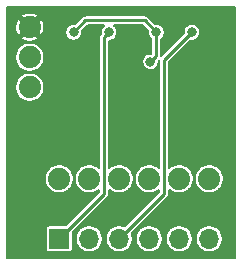
<source format=gbr>
%TF.GenerationSoftware,KiCad,Pcbnew,5.1.6+dfsg1-1*%
%TF.CreationDate,2020-09-13T10:33:18+10:00*%
%TF.ProjectId,thermistor-to-digispark,74686572-6d69-4737-946f-722d61646170,rev?*%
%TF.SameCoordinates,Original*%
%TF.FileFunction,Copper,L2,Bot*%
%TF.FilePolarity,Positive*%
%FSLAX46Y46*%
G04 Gerber Fmt 4.6, Leading zero omitted, Abs format (unit mm)*
G04 Created by KiCad (PCBNEW 5.1.6+dfsg1-1) date 2020-09-13 10:33:18*
%MOMM*%
%LPD*%
G01*
G04 APERTURE LIST*
%TA.AperFunction,ComponentPad*%
%ADD10O,1.700000X1.700000*%
%TD*%
%TA.AperFunction,ComponentPad*%
%ADD11R,1.700000X1.700000*%
%TD*%
%TA.AperFunction,ComponentPad*%
%ADD12C,1.879600*%
%TD*%
%TA.AperFunction,ViaPad*%
%ADD13C,0.800000*%
%TD*%
%TA.AperFunction,Conductor*%
%ADD14C,0.250000*%
%TD*%
%TA.AperFunction,Conductor*%
%ADD15C,0.200000*%
%TD*%
G04 APERTURE END LIST*
D10*
%TO.P,J1,6*%
%TO.N,GND*%
X140970000Y-110490000D03*
%TO.P,J1,5*%
%TO.N,Net-(J1-Pad5)*%
X138430000Y-110490000D03*
%TO.P,J1,4*%
%TO.N,GND*%
X135890000Y-110490000D03*
%TO.P,J1,3*%
%TO.N,Net-(J1-Pad3)*%
X133350000Y-110490000D03*
%TO.P,J1,2*%
%TO.N,GND*%
X130810000Y-110490000D03*
D11*
%TO.P,J1,1*%
%TO.N,Net-(J1-Pad1)*%
X128270000Y-110490000D03*
%TD*%
D12*
%TO.P,U2,9*%
%TO.N,+5V*%
X125770000Y-92580000D03*
%TO.P,U2,8*%
%TO.N,GND*%
X125770000Y-95120000D03*
%TO.P,U2,7*%
%TO.N,Net-(U2-Pad7)*%
X125770000Y-97660000D03*
%TO.P,U2,6*%
%TO.N,Net-(U2-Pad6)*%
X140970000Y-105410000D03*
%TO.P,U2,5*%
%TO.N,Net-(U2-Pad5)*%
X138430000Y-105410000D03*
%TO.P,U2,4*%
%TO.N,Net-(U2-Pad4)*%
X135890000Y-105410000D03*
%TO.P,U2,3*%
%TO.N,Net-(R2-Pad2)*%
X133350000Y-105410000D03*
%TO.P,U2,2*%
%TO.N,Net-(U2-Pad2)*%
X130810000Y-105410000D03*
%TO.P,U2,1*%
%TO.N,Net-(R1-Pad2)*%
X128270000Y-105410000D03*
%TD*%
D13*
%TO.N,+5V*%
X128000000Y-99000000D03*
%TO.N,Net-(J1-Pad3)*%
X139500000Y-93000000D03*
%TO.N,Net-(J1-Pad1)*%
X132500000Y-93000000D03*
%TO.N,Net-(R3-Pad1)*%
X129500000Y-93000000D03*
X136500000Y-93000000D03*
X136000000Y-95500000D03*
%TD*%
D14*
%TO.N,Net-(J1-Pad3)*%
X137154801Y-106685199D02*
X133350000Y-110490000D01*
X137154801Y-95345199D02*
X137154801Y-106685199D01*
X139500000Y-93000000D02*
X137154801Y-95345199D01*
%TO.N,Net-(J1-Pad1)*%
X132074801Y-106685199D02*
X128270000Y-110490000D01*
X132074801Y-93425199D02*
X132074801Y-106685199D01*
X132500000Y-93000000D02*
X132074801Y-93425199D01*
%TO.N,Net-(R3-Pad1)*%
X129500000Y-93000000D02*
X130500000Y-92000000D01*
X135500000Y-92000000D02*
X136500000Y-93000000D01*
X130500000Y-92000000D02*
X135500000Y-92000000D01*
X136500000Y-95000000D02*
X136500000Y-93000000D01*
X136000000Y-95500000D02*
X136500000Y-95000000D01*
%TD*%
D15*
%TO.N,+5V*%
G36*
X143150001Y-112150000D02*
G01*
X123850000Y-112150000D01*
X123850000Y-109640000D01*
X127118549Y-109640000D01*
X127118549Y-111340000D01*
X127124341Y-111398810D01*
X127141496Y-111455360D01*
X127169353Y-111507477D01*
X127206842Y-111553158D01*
X127252523Y-111590647D01*
X127304640Y-111618504D01*
X127361190Y-111635659D01*
X127420000Y-111641451D01*
X129120000Y-111641451D01*
X129178810Y-111635659D01*
X129235360Y-111618504D01*
X129287477Y-111590647D01*
X129333158Y-111553158D01*
X129370647Y-111507477D01*
X129398504Y-111455360D01*
X129415659Y-111398810D01*
X129421451Y-111340000D01*
X129421451Y-110376735D01*
X129660000Y-110376735D01*
X129660000Y-110603265D01*
X129704194Y-110825443D01*
X129790884Y-111034729D01*
X129916737Y-111223082D01*
X130076918Y-111383263D01*
X130265271Y-111509116D01*
X130474557Y-111595806D01*
X130696735Y-111640000D01*
X130923265Y-111640000D01*
X131145443Y-111595806D01*
X131354729Y-111509116D01*
X131543082Y-111383263D01*
X131703263Y-111223082D01*
X131829116Y-111034729D01*
X131915806Y-110825443D01*
X131960000Y-110603265D01*
X131960000Y-110376735D01*
X131915806Y-110154557D01*
X131829116Y-109945271D01*
X131703263Y-109756918D01*
X131543082Y-109596737D01*
X131354729Y-109470884D01*
X131145443Y-109384194D01*
X130923265Y-109340000D01*
X130696735Y-109340000D01*
X130474557Y-109384194D01*
X130265271Y-109470884D01*
X130076918Y-109596737D01*
X129916737Y-109756918D01*
X129790884Y-109945271D01*
X129704194Y-110154557D01*
X129660000Y-110376735D01*
X129421451Y-110376735D01*
X129421451Y-109939589D01*
X132360563Y-107000478D01*
X132376775Y-106987173D01*
X132429885Y-106922459D01*
X132469349Y-106848626D01*
X132493651Y-106768513D01*
X132499801Y-106706073D01*
X132499801Y-106706067D01*
X132501856Y-106685200D01*
X132499801Y-106664333D01*
X132499801Y-106313144D01*
X132559673Y-106373016D01*
X132762734Y-106508697D01*
X132988364Y-106602155D01*
X133227890Y-106649800D01*
X133472110Y-106649800D01*
X133711636Y-106602155D01*
X133937266Y-106508697D01*
X134140327Y-106373016D01*
X134313016Y-106200327D01*
X134448697Y-105997266D01*
X134542155Y-105771636D01*
X134589800Y-105532110D01*
X134589800Y-105287890D01*
X134542155Y-105048364D01*
X134448697Y-104822734D01*
X134313016Y-104619673D01*
X134140327Y-104446984D01*
X133937266Y-104311303D01*
X133711636Y-104217845D01*
X133472110Y-104170200D01*
X133227890Y-104170200D01*
X132988364Y-104217845D01*
X132762734Y-104311303D01*
X132559673Y-104446984D01*
X132499801Y-104506856D01*
X132499801Y-93700000D01*
X132568944Y-93700000D01*
X132704182Y-93673099D01*
X132831574Y-93620332D01*
X132946224Y-93543726D01*
X133043726Y-93446224D01*
X133120332Y-93331574D01*
X133173099Y-93204182D01*
X133200000Y-93068944D01*
X133200000Y-92931056D01*
X133173099Y-92795818D01*
X133120332Y-92668426D01*
X133043726Y-92553776D01*
X132946224Y-92456274D01*
X132899419Y-92425000D01*
X135323960Y-92425000D01*
X135804980Y-92906020D01*
X135800000Y-92931056D01*
X135800000Y-93068944D01*
X135826901Y-93204182D01*
X135879668Y-93331574D01*
X135956274Y-93446224D01*
X136053776Y-93543726D01*
X136075001Y-93557908D01*
X136075000Y-94801205D01*
X136068944Y-94800000D01*
X135931056Y-94800000D01*
X135795818Y-94826901D01*
X135668426Y-94879668D01*
X135553776Y-94956274D01*
X135456274Y-95053776D01*
X135379668Y-95168426D01*
X135326901Y-95295818D01*
X135300000Y-95431056D01*
X135300000Y-95568944D01*
X135326901Y-95704182D01*
X135379668Y-95831574D01*
X135456274Y-95946224D01*
X135553776Y-96043726D01*
X135668426Y-96120332D01*
X135795818Y-96173099D01*
X135931056Y-96200000D01*
X136068944Y-96200000D01*
X136204182Y-96173099D01*
X136331574Y-96120332D01*
X136446224Y-96043726D01*
X136543726Y-95946224D01*
X136620332Y-95831574D01*
X136673099Y-95704182D01*
X136700000Y-95568944D01*
X136700000Y-95431056D01*
X136695020Y-95406021D01*
X136729801Y-95371240D01*
X136729802Y-104496459D01*
X136680327Y-104446984D01*
X136477266Y-104311303D01*
X136251636Y-104217845D01*
X136012110Y-104170200D01*
X135767890Y-104170200D01*
X135528364Y-104217845D01*
X135302734Y-104311303D01*
X135099673Y-104446984D01*
X134926984Y-104619673D01*
X134791303Y-104822734D01*
X134697845Y-105048364D01*
X134650200Y-105287890D01*
X134650200Y-105532110D01*
X134697845Y-105771636D01*
X134791303Y-105997266D01*
X134926984Y-106200327D01*
X135099673Y-106373016D01*
X135302734Y-106508697D01*
X135528364Y-106602155D01*
X135767890Y-106649800D01*
X136012110Y-106649800D01*
X136251636Y-106602155D01*
X136477266Y-106508697D01*
X136680327Y-106373016D01*
X136729802Y-106323541D01*
X136729802Y-106509157D01*
X133805172Y-109433788D01*
X133685443Y-109384194D01*
X133463265Y-109340000D01*
X133236735Y-109340000D01*
X133014557Y-109384194D01*
X132805271Y-109470884D01*
X132616918Y-109596737D01*
X132456737Y-109756918D01*
X132330884Y-109945271D01*
X132244194Y-110154557D01*
X132200000Y-110376735D01*
X132200000Y-110603265D01*
X132244194Y-110825443D01*
X132330884Y-111034729D01*
X132456737Y-111223082D01*
X132616918Y-111383263D01*
X132805271Y-111509116D01*
X133014557Y-111595806D01*
X133236735Y-111640000D01*
X133463265Y-111640000D01*
X133685443Y-111595806D01*
X133894729Y-111509116D01*
X134083082Y-111383263D01*
X134243263Y-111223082D01*
X134369116Y-111034729D01*
X134455806Y-110825443D01*
X134500000Y-110603265D01*
X134500000Y-110376735D01*
X134740000Y-110376735D01*
X134740000Y-110603265D01*
X134784194Y-110825443D01*
X134870884Y-111034729D01*
X134996737Y-111223082D01*
X135156918Y-111383263D01*
X135345271Y-111509116D01*
X135554557Y-111595806D01*
X135776735Y-111640000D01*
X136003265Y-111640000D01*
X136225443Y-111595806D01*
X136434729Y-111509116D01*
X136623082Y-111383263D01*
X136783263Y-111223082D01*
X136909116Y-111034729D01*
X136995806Y-110825443D01*
X137040000Y-110603265D01*
X137040000Y-110376735D01*
X137280000Y-110376735D01*
X137280000Y-110603265D01*
X137324194Y-110825443D01*
X137410884Y-111034729D01*
X137536737Y-111223082D01*
X137696918Y-111383263D01*
X137885271Y-111509116D01*
X138094557Y-111595806D01*
X138316735Y-111640000D01*
X138543265Y-111640000D01*
X138765443Y-111595806D01*
X138974729Y-111509116D01*
X139163082Y-111383263D01*
X139323263Y-111223082D01*
X139449116Y-111034729D01*
X139535806Y-110825443D01*
X139580000Y-110603265D01*
X139580000Y-110376735D01*
X139820000Y-110376735D01*
X139820000Y-110603265D01*
X139864194Y-110825443D01*
X139950884Y-111034729D01*
X140076737Y-111223082D01*
X140236918Y-111383263D01*
X140425271Y-111509116D01*
X140634557Y-111595806D01*
X140856735Y-111640000D01*
X141083265Y-111640000D01*
X141305443Y-111595806D01*
X141514729Y-111509116D01*
X141703082Y-111383263D01*
X141863263Y-111223082D01*
X141989116Y-111034729D01*
X142075806Y-110825443D01*
X142120000Y-110603265D01*
X142120000Y-110376735D01*
X142075806Y-110154557D01*
X141989116Y-109945271D01*
X141863263Y-109756918D01*
X141703082Y-109596737D01*
X141514729Y-109470884D01*
X141305443Y-109384194D01*
X141083265Y-109340000D01*
X140856735Y-109340000D01*
X140634557Y-109384194D01*
X140425271Y-109470884D01*
X140236918Y-109596737D01*
X140076737Y-109756918D01*
X139950884Y-109945271D01*
X139864194Y-110154557D01*
X139820000Y-110376735D01*
X139580000Y-110376735D01*
X139535806Y-110154557D01*
X139449116Y-109945271D01*
X139323263Y-109756918D01*
X139163082Y-109596737D01*
X138974729Y-109470884D01*
X138765443Y-109384194D01*
X138543265Y-109340000D01*
X138316735Y-109340000D01*
X138094557Y-109384194D01*
X137885271Y-109470884D01*
X137696918Y-109596737D01*
X137536737Y-109756918D01*
X137410884Y-109945271D01*
X137324194Y-110154557D01*
X137280000Y-110376735D01*
X137040000Y-110376735D01*
X136995806Y-110154557D01*
X136909116Y-109945271D01*
X136783263Y-109756918D01*
X136623082Y-109596737D01*
X136434729Y-109470884D01*
X136225443Y-109384194D01*
X136003265Y-109340000D01*
X135776735Y-109340000D01*
X135554557Y-109384194D01*
X135345271Y-109470884D01*
X135156918Y-109596737D01*
X134996737Y-109756918D01*
X134870884Y-109945271D01*
X134784194Y-110154557D01*
X134740000Y-110376735D01*
X134500000Y-110376735D01*
X134455806Y-110154557D01*
X134406212Y-110034828D01*
X137440563Y-107000478D01*
X137456775Y-106987173D01*
X137509885Y-106922459D01*
X137549349Y-106848626D01*
X137573651Y-106768513D01*
X137579801Y-106706073D01*
X137579801Y-106706067D01*
X137581856Y-106685200D01*
X137579801Y-106664333D01*
X137579801Y-106313144D01*
X137639673Y-106373016D01*
X137842734Y-106508697D01*
X138068364Y-106602155D01*
X138307890Y-106649800D01*
X138552110Y-106649800D01*
X138791636Y-106602155D01*
X139017266Y-106508697D01*
X139220327Y-106373016D01*
X139393016Y-106200327D01*
X139528697Y-105997266D01*
X139622155Y-105771636D01*
X139669800Y-105532110D01*
X139669800Y-105287890D01*
X139730200Y-105287890D01*
X139730200Y-105532110D01*
X139777845Y-105771636D01*
X139871303Y-105997266D01*
X140006984Y-106200327D01*
X140179673Y-106373016D01*
X140382734Y-106508697D01*
X140608364Y-106602155D01*
X140847890Y-106649800D01*
X141092110Y-106649800D01*
X141331636Y-106602155D01*
X141557266Y-106508697D01*
X141760327Y-106373016D01*
X141933016Y-106200327D01*
X142068697Y-105997266D01*
X142162155Y-105771636D01*
X142209800Y-105532110D01*
X142209800Y-105287890D01*
X142162155Y-105048364D01*
X142068697Y-104822734D01*
X141933016Y-104619673D01*
X141760327Y-104446984D01*
X141557266Y-104311303D01*
X141331636Y-104217845D01*
X141092110Y-104170200D01*
X140847890Y-104170200D01*
X140608364Y-104217845D01*
X140382734Y-104311303D01*
X140179673Y-104446984D01*
X140006984Y-104619673D01*
X139871303Y-104822734D01*
X139777845Y-105048364D01*
X139730200Y-105287890D01*
X139669800Y-105287890D01*
X139622155Y-105048364D01*
X139528697Y-104822734D01*
X139393016Y-104619673D01*
X139220327Y-104446984D01*
X139017266Y-104311303D01*
X138791636Y-104217845D01*
X138552110Y-104170200D01*
X138307890Y-104170200D01*
X138068364Y-104217845D01*
X137842734Y-104311303D01*
X137639673Y-104446984D01*
X137579801Y-104506856D01*
X137579801Y-95521239D01*
X139406021Y-93695020D01*
X139431056Y-93700000D01*
X139568944Y-93700000D01*
X139704182Y-93673099D01*
X139831574Y-93620332D01*
X139946224Y-93543726D01*
X140043726Y-93446224D01*
X140120332Y-93331574D01*
X140173099Y-93204182D01*
X140200000Y-93068944D01*
X140200000Y-92931056D01*
X140173099Y-92795818D01*
X140120332Y-92668426D01*
X140043726Y-92553776D01*
X139946224Y-92456274D01*
X139831574Y-92379668D01*
X139704182Y-92326901D01*
X139568944Y-92300000D01*
X139431056Y-92300000D01*
X139295818Y-92326901D01*
X139168426Y-92379668D01*
X139053776Y-92456274D01*
X138956274Y-92553776D01*
X138879668Y-92668426D01*
X138826901Y-92795818D01*
X138800000Y-92931056D01*
X138800000Y-93068944D01*
X138804980Y-93093979D01*
X136925000Y-94973960D01*
X136925000Y-93557907D01*
X136946224Y-93543726D01*
X137043726Y-93446224D01*
X137120332Y-93331574D01*
X137173099Y-93204182D01*
X137200000Y-93068944D01*
X137200000Y-92931056D01*
X137173099Y-92795818D01*
X137120332Y-92668426D01*
X137043726Y-92553776D01*
X136946224Y-92456274D01*
X136831574Y-92379668D01*
X136704182Y-92326901D01*
X136568944Y-92300000D01*
X136431056Y-92300000D01*
X136406020Y-92304980D01*
X135815284Y-91714244D01*
X135801974Y-91698026D01*
X135737260Y-91644916D01*
X135663427Y-91605452D01*
X135583314Y-91581150D01*
X135520874Y-91575000D01*
X135520867Y-91575000D01*
X135500000Y-91572945D01*
X135479133Y-91575000D01*
X130520874Y-91575000D01*
X130500000Y-91572944D01*
X130479126Y-91575000D01*
X130416686Y-91581150D01*
X130336573Y-91605452D01*
X130262740Y-91644916D01*
X130198026Y-91698026D01*
X130184716Y-91714244D01*
X129593980Y-92304980D01*
X129568944Y-92300000D01*
X129431056Y-92300000D01*
X129295818Y-92326901D01*
X129168426Y-92379668D01*
X129053776Y-92456274D01*
X128956274Y-92553776D01*
X128879668Y-92668426D01*
X128826901Y-92795818D01*
X128800000Y-92931056D01*
X128800000Y-93068944D01*
X128826901Y-93204182D01*
X128879668Y-93331574D01*
X128956274Y-93446224D01*
X129053776Y-93543726D01*
X129168426Y-93620332D01*
X129295818Y-93673099D01*
X129431056Y-93700000D01*
X129568944Y-93700000D01*
X129704182Y-93673099D01*
X129831574Y-93620332D01*
X129946224Y-93543726D01*
X130043726Y-93446224D01*
X130120332Y-93331574D01*
X130173099Y-93204182D01*
X130200000Y-93068944D01*
X130200000Y-92931056D01*
X130195020Y-92906020D01*
X130676040Y-92425000D01*
X132100581Y-92425000D01*
X132053776Y-92456274D01*
X131956274Y-92553776D01*
X131879668Y-92668426D01*
X131826901Y-92795818D01*
X131800000Y-92931056D01*
X131800000Y-93068944D01*
X131804980Y-93093980D01*
X131789044Y-93109916D01*
X131772827Y-93123225D01*
X131719717Y-93187940D01*
X131680253Y-93261773D01*
X131655951Y-93341886D01*
X131649801Y-93404326D01*
X131649801Y-93404332D01*
X131647746Y-93425199D01*
X131649801Y-93446066D01*
X131649802Y-104496459D01*
X131600327Y-104446984D01*
X131397266Y-104311303D01*
X131171636Y-104217845D01*
X130932110Y-104170200D01*
X130687890Y-104170200D01*
X130448364Y-104217845D01*
X130222734Y-104311303D01*
X130019673Y-104446984D01*
X129846984Y-104619673D01*
X129711303Y-104822734D01*
X129617845Y-105048364D01*
X129570200Y-105287890D01*
X129570200Y-105532110D01*
X129617845Y-105771636D01*
X129711303Y-105997266D01*
X129846984Y-106200327D01*
X130019673Y-106373016D01*
X130222734Y-106508697D01*
X130448364Y-106602155D01*
X130687890Y-106649800D01*
X130932110Y-106649800D01*
X131171636Y-106602155D01*
X131397266Y-106508697D01*
X131600327Y-106373016D01*
X131649802Y-106323541D01*
X131649802Y-106509157D01*
X128820411Y-109338549D01*
X127420000Y-109338549D01*
X127361190Y-109344341D01*
X127304640Y-109361496D01*
X127252523Y-109389353D01*
X127206842Y-109426842D01*
X127169353Y-109472523D01*
X127141496Y-109524640D01*
X127124341Y-109581190D01*
X127118549Y-109640000D01*
X123850000Y-109640000D01*
X123850000Y-105287890D01*
X127030200Y-105287890D01*
X127030200Y-105532110D01*
X127077845Y-105771636D01*
X127171303Y-105997266D01*
X127306984Y-106200327D01*
X127479673Y-106373016D01*
X127682734Y-106508697D01*
X127908364Y-106602155D01*
X128147890Y-106649800D01*
X128392110Y-106649800D01*
X128631636Y-106602155D01*
X128857266Y-106508697D01*
X129060327Y-106373016D01*
X129233016Y-106200327D01*
X129368697Y-105997266D01*
X129462155Y-105771636D01*
X129509800Y-105532110D01*
X129509800Y-105287890D01*
X129462155Y-105048364D01*
X129368697Y-104822734D01*
X129233016Y-104619673D01*
X129060327Y-104446984D01*
X128857266Y-104311303D01*
X128631636Y-104217845D01*
X128392110Y-104170200D01*
X128147890Y-104170200D01*
X127908364Y-104217845D01*
X127682734Y-104311303D01*
X127479673Y-104446984D01*
X127306984Y-104619673D01*
X127171303Y-104822734D01*
X127077845Y-105048364D01*
X127030200Y-105287890D01*
X123850000Y-105287890D01*
X123850000Y-97537890D01*
X124530200Y-97537890D01*
X124530200Y-97782110D01*
X124577845Y-98021636D01*
X124671303Y-98247266D01*
X124806984Y-98450327D01*
X124979673Y-98623016D01*
X125182734Y-98758697D01*
X125408364Y-98852155D01*
X125647890Y-98899800D01*
X125892110Y-98899800D01*
X126131636Y-98852155D01*
X126357266Y-98758697D01*
X126560327Y-98623016D01*
X126733016Y-98450327D01*
X126868697Y-98247266D01*
X126962155Y-98021636D01*
X127009800Y-97782110D01*
X127009800Y-97537890D01*
X126962155Y-97298364D01*
X126868697Y-97072734D01*
X126733016Y-96869673D01*
X126560327Y-96696984D01*
X126357266Y-96561303D01*
X126131636Y-96467845D01*
X125892110Y-96420200D01*
X125647890Y-96420200D01*
X125408364Y-96467845D01*
X125182734Y-96561303D01*
X124979673Y-96696984D01*
X124806984Y-96869673D01*
X124671303Y-97072734D01*
X124577845Y-97298364D01*
X124530200Y-97537890D01*
X123850000Y-97537890D01*
X123850000Y-94997890D01*
X124530200Y-94997890D01*
X124530200Y-95242110D01*
X124577845Y-95481636D01*
X124671303Y-95707266D01*
X124806984Y-95910327D01*
X124979673Y-96083016D01*
X125182734Y-96218697D01*
X125408364Y-96312155D01*
X125647890Y-96359800D01*
X125892110Y-96359800D01*
X126131636Y-96312155D01*
X126357266Y-96218697D01*
X126560327Y-96083016D01*
X126733016Y-95910327D01*
X126868697Y-95707266D01*
X126962155Y-95481636D01*
X127009800Y-95242110D01*
X127009800Y-94997890D01*
X126962155Y-94758364D01*
X126868697Y-94532734D01*
X126733016Y-94329673D01*
X126560327Y-94156984D01*
X126357266Y-94021303D01*
X126131636Y-93927845D01*
X125892110Y-93880200D01*
X125647890Y-93880200D01*
X125408364Y-93927845D01*
X125182734Y-94021303D01*
X124979673Y-94156984D01*
X124806984Y-94329673D01*
X124671303Y-94532734D01*
X124577845Y-94758364D01*
X124530200Y-94997890D01*
X123850000Y-94997890D01*
X123850000Y-93507123D01*
X125055009Y-93507123D01*
X125164417Y-93668708D01*
X125388449Y-93765933D01*
X125627145Y-93817583D01*
X125871330Y-93821672D01*
X126111621Y-93778046D01*
X126338784Y-93688379D01*
X126375583Y-93668708D01*
X126484991Y-93507123D01*
X125770000Y-92792132D01*
X125055009Y-93507123D01*
X123850000Y-93507123D01*
X123850000Y-92681330D01*
X124528328Y-92681330D01*
X124571954Y-92921621D01*
X124661621Y-93148784D01*
X124681292Y-93185583D01*
X124842877Y-93294991D01*
X125557868Y-92580000D01*
X125982132Y-92580000D01*
X126697123Y-93294991D01*
X126858708Y-93185583D01*
X126955933Y-92961551D01*
X127007583Y-92722855D01*
X127011672Y-92478670D01*
X126968046Y-92238379D01*
X126878379Y-92011216D01*
X126858708Y-91974417D01*
X126697123Y-91865009D01*
X125982132Y-92580000D01*
X125557868Y-92580000D01*
X124842877Y-91865009D01*
X124681292Y-91974417D01*
X124584067Y-92198449D01*
X124532417Y-92437145D01*
X124528328Y-92681330D01*
X123850000Y-92681330D01*
X123850000Y-91652877D01*
X125055009Y-91652877D01*
X125770000Y-92367868D01*
X126484991Y-91652877D01*
X126375583Y-91491292D01*
X126151551Y-91394067D01*
X125912855Y-91342417D01*
X125668670Y-91338328D01*
X125428379Y-91381954D01*
X125201216Y-91471621D01*
X125164417Y-91491292D01*
X125055009Y-91652877D01*
X123850000Y-91652877D01*
X123850000Y-90850000D01*
X143150000Y-90850000D01*
X143150001Y-112150000D01*
G37*
X143150001Y-112150000D02*
X123850000Y-112150000D01*
X123850000Y-109640000D01*
X127118549Y-109640000D01*
X127118549Y-111340000D01*
X127124341Y-111398810D01*
X127141496Y-111455360D01*
X127169353Y-111507477D01*
X127206842Y-111553158D01*
X127252523Y-111590647D01*
X127304640Y-111618504D01*
X127361190Y-111635659D01*
X127420000Y-111641451D01*
X129120000Y-111641451D01*
X129178810Y-111635659D01*
X129235360Y-111618504D01*
X129287477Y-111590647D01*
X129333158Y-111553158D01*
X129370647Y-111507477D01*
X129398504Y-111455360D01*
X129415659Y-111398810D01*
X129421451Y-111340000D01*
X129421451Y-110376735D01*
X129660000Y-110376735D01*
X129660000Y-110603265D01*
X129704194Y-110825443D01*
X129790884Y-111034729D01*
X129916737Y-111223082D01*
X130076918Y-111383263D01*
X130265271Y-111509116D01*
X130474557Y-111595806D01*
X130696735Y-111640000D01*
X130923265Y-111640000D01*
X131145443Y-111595806D01*
X131354729Y-111509116D01*
X131543082Y-111383263D01*
X131703263Y-111223082D01*
X131829116Y-111034729D01*
X131915806Y-110825443D01*
X131960000Y-110603265D01*
X131960000Y-110376735D01*
X131915806Y-110154557D01*
X131829116Y-109945271D01*
X131703263Y-109756918D01*
X131543082Y-109596737D01*
X131354729Y-109470884D01*
X131145443Y-109384194D01*
X130923265Y-109340000D01*
X130696735Y-109340000D01*
X130474557Y-109384194D01*
X130265271Y-109470884D01*
X130076918Y-109596737D01*
X129916737Y-109756918D01*
X129790884Y-109945271D01*
X129704194Y-110154557D01*
X129660000Y-110376735D01*
X129421451Y-110376735D01*
X129421451Y-109939589D01*
X132360563Y-107000478D01*
X132376775Y-106987173D01*
X132429885Y-106922459D01*
X132469349Y-106848626D01*
X132493651Y-106768513D01*
X132499801Y-106706073D01*
X132499801Y-106706067D01*
X132501856Y-106685200D01*
X132499801Y-106664333D01*
X132499801Y-106313144D01*
X132559673Y-106373016D01*
X132762734Y-106508697D01*
X132988364Y-106602155D01*
X133227890Y-106649800D01*
X133472110Y-106649800D01*
X133711636Y-106602155D01*
X133937266Y-106508697D01*
X134140327Y-106373016D01*
X134313016Y-106200327D01*
X134448697Y-105997266D01*
X134542155Y-105771636D01*
X134589800Y-105532110D01*
X134589800Y-105287890D01*
X134542155Y-105048364D01*
X134448697Y-104822734D01*
X134313016Y-104619673D01*
X134140327Y-104446984D01*
X133937266Y-104311303D01*
X133711636Y-104217845D01*
X133472110Y-104170200D01*
X133227890Y-104170200D01*
X132988364Y-104217845D01*
X132762734Y-104311303D01*
X132559673Y-104446984D01*
X132499801Y-104506856D01*
X132499801Y-93700000D01*
X132568944Y-93700000D01*
X132704182Y-93673099D01*
X132831574Y-93620332D01*
X132946224Y-93543726D01*
X133043726Y-93446224D01*
X133120332Y-93331574D01*
X133173099Y-93204182D01*
X133200000Y-93068944D01*
X133200000Y-92931056D01*
X133173099Y-92795818D01*
X133120332Y-92668426D01*
X133043726Y-92553776D01*
X132946224Y-92456274D01*
X132899419Y-92425000D01*
X135323960Y-92425000D01*
X135804980Y-92906020D01*
X135800000Y-92931056D01*
X135800000Y-93068944D01*
X135826901Y-93204182D01*
X135879668Y-93331574D01*
X135956274Y-93446224D01*
X136053776Y-93543726D01*
X136075001Y-93557908D01*
X136075000Y-94801205D01*
X136068944Y-94800000D01*
X135931056Y-94800000D01*
X135795818Y-94826901D01*
X135668426Y-94879668D01*
X135553776Y-94956274D01*
X135456274Y-95053776D01*
X135379668Y-95168426D01*
X135326901Y-95295818D01*
X135300000Y-95431056D01*
X135300000Y-95568944D01*
X135326901Y-95704182D01*
X135379668Y-95831574D01*
X135456274Y-95946224D01*
X135553776Y-96043726D01*
X135668426Y-96120332D01*
X135795818Y-96173099D01*
X135931056Y-96200000D01*
X136068944Y-96200000D01*
X136204182Y-96173099D01*
X136331574Y-96120332D01*
X136446224Y-96043726D01*
X136543726Y-95946224D01*
X136620332Y-95831574D01*
X136673099Y-95704182D01*
X136700000Y-95568944D01*
X136700000Y-95431056D01*
X136695020Y-95406021D01*
X136729801Y-95371240D01*
X136729802Y-104496459D01*
X136680327Y-104446984D01*
X136477266Y-104311303D01*
X136251636Y-104217845D01*
X136012110Y-104170200D01*
X135767890Y-104170200D01*
X135528364Y-104217845D01*
X135302734Y-104311303D01*
X135099673Y-104446984D01*
X134926984Y-104619673D01*
X134791303Y-104822734D01*
X134697845Y-105048364D01*
X134650200Y-105287890D01*
X134650200Y-105532110D01*
X134697845Y-105771636D01*
X134791303Y-105997266D01*
X134926984Y-106200327D01*
X135099673Y-106373016D01*
X135302734Y-106508697D01*
X135528364Y-106602155D01*
X135767890Y-106649800D01*
X136012110Y-106649800D01*
X136251636Y-106602155D01*
X136477266Y-106508697D01*
X136680327Y-106373016D01*
X136729802Y-106323541D01*
X136729802Y-106509157D01*
X133805172Y-109433788D01*
X133685443Y-109384194D01*
X133463265Y-109340000D01*
X133236735Y-109340000D01*
X133014557Y-109384194D01*
X132805271Y-109470884D01*
X132616918Y-109596737D01*
X132456737Y-109756918D01*
X132330884Y-109945271D01*
X132244194Y-110154557D01*
X132200000Y-110376735D01*
X132200000Y-110603265D01*
X132244194Y-110825443D01*
X132330884Y-111034729D01*
X132456737Y-111223082D01*
X132616918Y-111383263D01*
X132805271Y-111509116D01*
X133014557Y-111595806D01*
X133236735Y-111640000D01*
X133463265Y-111640000D01*
X133685443Y-111595806D01*
X133894729Y-111509116D01*
X134083082Y-111383263D01*
X134243263Y-111223082D01*
X134369116Y-111034729D01*
X134455806Y-110825443D01*
X134500000Y-110603265D01*
X134500000Y-110376735D01*
X134740000Y-110376735D01*
X134740000Y-110603265D01*
X134784194Y-110825443D01*
X134870884Y-111034729D01*
X134996737Y-111223082D01*
X135156918Y-111383263D01*
X135345271Y-111509116D01*
X135554557Y-111595806D01*
X135776735Y-111640000D01*
X136003265Y-111640000D01*
X136225443Y-111595806D01*
X136434729Y-111509116D01*
X136623082Y-111383263D01*
X136783263Y-111223082D01*
X136909116Y-111034729D01*
X136995806Y-110825443D01*
X137040000Y-110603265D01*
X137040000Y-110376735D01*
X137280000Y-110376735D01*
X137280000Y-110603265D01*
X137324194Y-110825443D01*
X137410884Y-111034729D01*
X137536737Y-111223082D01*
X137696918Y-111383263D01*
X137885271Y-111509116D01*
X138094557Y-111595806D01*
X138316735Y-111640000D01*
X138543265Y-111640000D01*
X138765443Y-111595806D01*
X138974729Y-111509116D01*
X139163082Y-111383263D01*
X139323263Y-111223082D01*
X139449116Y-111034729D01*
X139535806Y-110825443D01*
X139580000Y-110603265D01*
X139580000Y-110376735D01*
X139820000Y-110376735D01*
X139820000Y-110603265D01*
X139864194Y-110825443D01*
X139950884Y-111034729D01*
X140076737Y-111223082D01*
X140236918Y-111383263D01*
X140425271Y-111509116D01*
X140634557Y-111595806D01*
X140856735Y-111640000D01*
X141083265Y-111640000D01*
X141305443Y-111595806D01*
X141514729Y-111509116D01*
X141703082Y-111383263D01*
X141863263Y-111223082D01*
X141989116Y-111034729D01*
X142075806Y-110825443D01*
X142120000Y-110603265D01*
X142120000Y-110376735D01*
X142075806Y-110154557D01*
X141989116Y-109945271D01*
X141863263Y-109756918D01*
X141703082Y-109596737D01*
X141514729Y-109470884D01*
X141305443Y-109384194D01*
X141083265Y-109340000D01*
X140856735Y-109340000D01*
X140634557Y-109384194D01*
X140425271Y-109470884D01*
X140236918Y-109596737D01*
X140076737Y-109756918D01*
X139950884Y-109945271D01*
X139864194Y-110154557D01*
X139820000Y-110376735D01*
X139580000Y-110376735D01*
X139535806Y-110154557D01*
X139449116Y-109945271D01*
X139323263Y-109756918D01*
X139163082Y-109596737D01*
X138974729Y-109470884D01*
X138765443Y-109384194D01*
X138543265Y-109340000D01*
X138316735Y-109340000D01*
X138094557Y-109384194D01*
X137885271Y-109470884D01*
X137696918Y-109596737D01*
X137536737Y-109756918D01*
X137410884Y-109945271D01*
X137324194Y-110154557D01*
X137280000Y-110376735D01*
X137040000Y-110376735D01*
X136995806Y-110154557D01*
X136909116Y-109945271D01*
X136783263Y-109756918D01*
X136623082Y-109596737D01*
X136434729Y-109470884D01*
X136225443Y-109384194D01*
X136003265Y-109340000D01*
X135776735Y-109340000D01*
X135554557Y-109384194D01*
X135345271Y-109470884D01*
X135156918Y-109596737D01*
X134996737Y-109756918D01*
X134870884Y-109945271D01*
X134784194Y-110154557D01*
X134740000Y-110376735D01*
X134500000Y-110376735D01*
X134455806Y-110154557D01*
X134406212Y-110034828D01*
X137440563Y-107000478D01*
X137456775Y-106987173D01*
X137509885Y-106922459D01*
X137549349Y-106848626D01*
X137573651Y-106768513D01*
X137579801Y-106706073D01*
X137579801Y-106706067D01*
X137581856Y-106685200D01*
X137579801Y-106664333D01*
X137579801Y-106313144D01*
X137639673Y-106373016D01*
X137842734Y-106508697D01*
X138068364Y-106602155D01*
X138307890Y-106649800D01*
X138552110Y-106649800D01*
X138791636Y-106602155D01*
X139017266Y-106508697D01*
X139220327Y-106373016D01*
X139393016Y-106200327D01*
X139528697Y-105997266D01*
X139622155Y-105771636D01*
X139669800Y-105532110D01*
X139669800Y-105287890D01*
X139730200Y-105287890D01*
X139730200Y-105532110D01*
X139777845Y-105771636D01*
X139871303Y-105997266D01*
X140006984Y-106200327D01*
X140179673Y-106373016D01*
X140382734Y-106508697D01*
X140608364Y-106602155D01*
X140847890Y-106649800D01*
X141092110Y-106649800D01*
X141331636Y-106602155D01*
X141557266Y-106508697D01*
X141760327Y-106373016D01*
X141933016Y-106200327D01*
X142068697Y-105997266D01*
X142162155Y-105771636D01*
X142209800Y-105532110D01*
X142209800Y-105287890D01*
X142162155Y-105048364D01*
X142068697Y-104822734D01*
X141933016Y-104619673D01*
X141760327Y-104446984D01*
X141557266Y-104311303D01*
X141331636Y-104217845D01*
X141092110Y-104170200D01*
X140847890Y-104170200D01*
X140608364Y-104217845D01*
X140382734Y-104311303D01*
X140179673Y-104446984D01*
X140006984Y-104619673D01*
X139871303Y-104822734D01*
X139777845Y-105048364D01*
X139730200Y-105287890D01*
X139669800Y-105287890D01*
X139622155Y-105048364D01*
X139528697Y-104822734D01*
X139393016Y-104619673D01*
X139220327Y-104446984D01*
X139017266Y-104311303D01*
X138791636Y-104217845D01*
X138552110Y-104170200D01*
X138307890Y-104170200D01*
X138068364Y-104217845D01*
X137842734Y-104311303D01*
X137639673Y-104446984D01*
X137579801Y-104506856D01*
X137579801Y-95521239D01*
X139406021Y-93695020D01*
X139431056Y-93700000D01*
X139568944Y-93700000D01*
X139704182Y-93673099D01*
X139831574Y-93620332D01*
X139946224Y-93543726D01*
X140043726Y-93446224D01*
X140120332Y-93331574D01*
X140173099Y-93204182D01*
X140200000Y-93068944D01*
X140200000Y-92931056D01*
X140173099Y-92795818D01*
X140120332Y-92668426D01*
X140043726Y-92553776D01*
X139946224Y-92456274D01*
X139831574Y-92379668D01*
X139704182Y-92326901D01*
X139568944Y-92300000D01*
X139431056Y-92300000D01*
X139295818Y-92326901D01*
X139168426Y-92379668D01*
X139053776Y-92456274D01*
X138956274Y-92553776D01*
X138879668Y-92668426D01*
X138826901Y-92795818D01*
X138800000Y-92931056D01*
X138800000Y-93068944D01*
X138804980Y-93093979D01*
X136925000Y-94973960D01*
X136925000Y-93557907D01*
X136946224Y-93543726D01*
X137043726Y-93446224D01*
X137120332Y-93331574D01*
X137173099Y-93204182D01*
X137200000Y-93068944D01*
X137200000Y-92931056D01*
X137173099Y-92795818D01*
X137120332Y-92668426D01*
X137043726Y-92553776D01*
X136946224Y-92456274D01*
X136831574Y-92379668D01*
X136704182Y-92326901D01*
X136568944Y-92300000D01*
X136431056Y-92300000D01*
X136406020Y-92304980D01*
X135815284Y-91714244D01*
X135801974Y-91698026D01*
X135737260Y-91644916D01*
X135663427Y-91605452D01*
X135583314Y-91581150D01*
X135520874Y-91575000D01*
X135520867Y-91575000D01*
X135500000Y-91572945D01*
X135479133Y-91575000D01*
X130520874Y-91575000D01*
X130500000Y-91572944D01*
X130479126Y-91575000D01*
X130416686Y-91581150D01*
X130336573Y-91605452D01*
X130262740Y-91644916D01*
X130198026Y-91698026D01*
X130184716Y-91714244D01*
X129593980Y-92304980D01*
X129568944Y-92300000D01*
X129431056Y-92300000D01*
X129295818Y-92326901D01*
X129168426Y-92379668D01*
X129053776Y-92456274D01*
X128956274Y-92553776D01*
X128879668Y-92668426D01*
X128826901Y-92795818D01*
X128800000Y-92931056D01*
X128800000Y-93068944D01*
X128826901Y-93204182D01*
X128879668Y-93331574D01*
X128956274Y-93446224D01*
X129053776Y-93543726D01*
X129168426Y-93620332D01*
X129295818Y-93673099D01*
X129431056Y-93700000D01*
X129568944Y-93700000D01*
X129704182Y-93673099D01*
X129831574Y-93620332D01*
X129946224Y-93543726D01*
X130043726Y-93446224D01*
X130120332Y-93331574D01*
X130173099Y-93204182D01*
X130200000Y-93068944D01*
X130200000Y-92931056D01*
X130195020Y-92906020D01*
X130676040Y-92425000D01*
X132100581Y-92425000D01*
X132053776Y-92456274D01*
X131956274Y-92553776D01*
X131879668Y-92668426D01*
X131826901Y-92795818D01*
X131800000Y-92931056D01*
X131800000Y-93068944D01*
X131804980Y-93093980D01*
X131789044Y-93109916D01*
X131772827Y-93123225D01*
X131719717Y-93187940D01*
X131680253Y-93261773D01*
X131655951Y-93341886D01*
X131649801Y-93404326D01*
X131649801Y-93404332D01*
X131647746Y-93425199D01*
X131649801Y-93446066D01*
X131649802Y-104496459D01*
X131600327Y-104446984D01*
X131397266Y-104311303D01*
X131171636Y-104217845D01*
X130932110Y-104170200D01*
X130687890Y-104170200D01*
X130448364Y-104217845D01*
X130222734Y-104311303D01*
X130019673Y-104446984D01*
X129846984Y-104619673D01*
X129711303Y-104822734D01*
X129617845Y-105048364D01*
X129570200Y-105287890D01*
X129570200Y-105532110D01*
X129617845Y-105771636D01*
X129711303Y-105997266D01*
X129846984Y-106200327D01*
X130019673Y-106373016D01*
X130222734Y-106508697D01*
X130448364Y-106602155D01*
X130687890Y-106649800D01*
X130932110Y-106649800D01*
X131171636Y-106602155D01*
X131397266Y-106508697D01*
X131600327Y-106373016D01*
X131649802Y-106323541D01*
X131649802Y-106509157D01*
X128820411Y-109338549D01*
X127420000Y-109338549D01*
X127361190Y-109344341D01*
X127304640Y-109361496D01*
X127252523Y-109389353D01*
X127206842Y-109426842D01*
X127169353Y-109472523D01*
X127141496Y-109524640D01*
X127124341Y-109581190D01*
X127118549Y-109640000D01*
X123850000Y-109640000D01*
X123850000Y-105287890D01*
X127030200Y-105287890D01*
X127030200Y-105532110D01*
X127077845Y-105771636D01*
X127171303Y-105997266D01*
X127306984Y-106200327D01*
X127479673Y-106373016D01*
X127682734Y-106508697D01*
X127908364Y-106602155D01*
X128147890Y-106649800D01*
X128392110Y-106649800D01*
X128631636Y-106602155D01*
X128857266Y-106508697D01*
X129060327Y-106373016D01*
X129233016Y-106200327D01*
X129368697Y-105997266D01*
X129462155Y-105771636D01*
X129509800Y-105532110D01*
X129509800Y-105287890D01*
X129462155Y-105048364D01*
X129368697Y-104822734D01*
X129233016Y-104619673D01*
X129060327Y-104446984D01*
X128857266Y-104311303D01*
X128631636Y-104217845D01*
X128392110Y-104170200D01*
X128147890Y-104170200D01*
X127908364Y-104217845D01*
X127682734Y-104311303D01*
X127479673Y-104446984D01*
X127306984Y-104619673D01*
X127171303Y-104822734D01*
X127077845Y-105048364D01*
X127030200Y-105287890D01*
X123850000Y-105287890D01*
X123850000Y-97537890D01*
X124530200Y-97537890D01*
X124530200Y-97782110D01*
X124577845Y-98021636D01*
X124671303Y-98247266D01*
X124806984Y-98450327D01*
X124979673Y-98623016D01*
X125182734Y-98758697D01*
X125408364Y-98852155D01*
X125647890Y-98899800D01*
X125892110Y-98899800D01*
X126131636Y-98852155D01*
X126357266Y-98758697D01*
X126560327Y-98623016D01*
X126733016Y-98450327D01*
X126868697Y-98247266D01*
X126962155Y-98021636D01*
X127009800Y-97782110D01*
X127009800Y-97537890D01*
X126962155Y-97298364D01*
X126868697Y-97072734D01*
X126733016Y-96869673D01*
X126560327Y-96696984D01*
X126357266Y-96561303D01*
X126131636Y-96467845D01*
X125892110Y-96420200D01*
X125647890Y-96420200D01*
X125408364Y-96467845D01*
X125182734Y-96561303D01*
X124979673Y-96696984D01*
X124806984Y-96869673D01*
X124671303Y-97072734D01*
X124577845Y-97298364D01*
X124530200Y-97537890D01*
X123850000Y-97537890D01*
X123850000Y-94997890D01*
X124530200Y-94997890D01*
X124530200Y-95242110D01*
X124577845Y-95481636D01*
X124671303Y-95707266D01*
X124806984Y-95910327D01*
X124979673Y-96083016D01*
X125182734Y-96218697D01*
X125408364Y-96312155D01*
X125647890Y-96359800D01*
X125892110Y-96359800D01*
X126131636Y-96312155D01*
X126357266Y-96218697D01*
X126560327Y-96083016D01*
X126733016Y-95910327D01*
X126868697Y-95707266D01*
X126962155Y-95481636D01*
X127009800Y-95242110D01*
X127009800Y-94997890D01*
X126962155Y-94758364D01*
X126868697Y-94532734D01*
X126733016Y-94329673D01*
X126560327Y-94156984D01*
X126357266Y-94021303D01*
X126131636Y-93927845D01*
X125892110Y-93880200D01*
X125647890Y-93880200D01*
X125408364Y-93927845D01*
X125182734Y-94021303D01*
X124979673Y-94156984D01*
X124806984Y-94329673D01*
X124671303Y-94532734D01*
X124577845Y-94758364D01*
X124530200Y-94997890D01*
X123850000Y-94997890D01*
X123850000Y-93507123D01*
X125055009Y-93507123D01*
X125164417Y-93668708D01*
X125388449Y-93765933D01*
X125627145Y-93817583D01*
X125871330Y-93821672D01*
X126111621Y-93778046D01*
X126338784Y-93688379D01*
X126375583Y-93668708D01*
X126484991Y-93507123D01*
X125770000Y-92792132D01*
X125055009Y-93507123D01*
X123850000Y-93507123D01*
X123850000Y-92681330D01*
X124528328Y-92681330D01*
X124571954Y-92921621D01*
X124661621Y-93148784D01*
X124681292Y-93185583D01*
X124842877Y-93294991D01*
X125557868Y-92580000D01*
X125982132Y-92580000D01*
X126697123Y-93294991D01*
X126858708Y-93185583D01*
X126955933Y-92961551D01*
X127007583Y-92722855D01*
X127011672Y-92478670D01*
X126968046Y-92238379D01*
X126878379Y-92011216D01*
X126858708Y-91974417D01*
X126697123Y-91865009D01*
X125982132Y-92580000D01*
X125557868Y-92580000D01*
X124842877Y-91865009D01*
X124681292Y-91974417D01*
X124584067Y-92198449D01*
X124532417Y-92437145D01*
X124528328Y-92681330D01*
X123850000Y-92681330D01*
X123850000Y-91652877D01*
X125055009Y-91652877D01*
X125770000Y-92367868D01*
X126484991Y-91652877D01*
X126375583Y-91491292D01*
X126151551Y-91394067D01*
X125912855Y-91342417D01*
X125668670Y-91338328D01*
X125428379Y-91381954D01*
X125201216Y-91471621D01*
X125164417Y-91491292D01*
X125055009Y-91652877D01*
X123850000Y-91652877D01*
X123850000Y-90850000D01*
X143150000Y-90850000D01*
X143150001Y-112150000D01*
%TD*%
M02*

</source>
